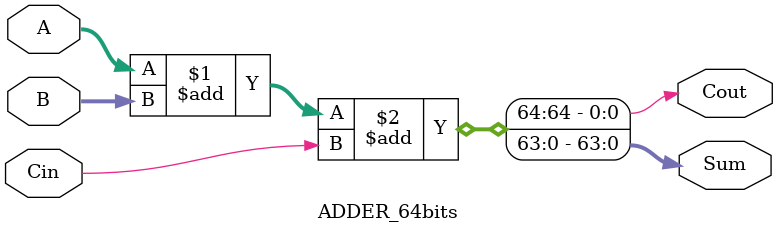
<source format=sv>
module mul32x32
(
    input  logic [31:0] a,		// operand a
    input  logic [31:0] b,		// operand b
    output logic [63:0] p		// product
);

    // divide into 4 8-bit
	logic [7:0] a0, a1, a2, a3;
	logic [7:0] b0, b1, b2, b3;

	assign a0 = a[7:0];
	assign a1 = a[15:8];
	assign a2 = a[23:16];
	assign a3 = a[31:24];

	assign b0 = b[7:0];
	assign b1 = b[15:8];
	assign b2 = b[23:16];
	assign b3 = b[31:24];


    // 16 partial products (16-bit)
    logic [15:0] p00, p01, p02, p03;
    logic [15:0] p10, p11, p12, p13;
    logic [15:0] p20, p21, p22, p23;
    logic [15:0] p30, p31, p32, p33;

    // Instance
    mul8x8	m00(.a(a0), .b(b0), .p(p00));
    mul8x8	m01(.a(a0), .b(b1), .p(p01));
    mul8x8	m02(.a(a0), .b(b2), .p(p02));
    mul8x8	m03(.a(a0), .b(b3), .p(p03));

    mul8x8	m10(.a(a1), .b(b0), .p(p10));
    mul8x8	m11(.a(a1), .b(b1), .p(p11));
    mul8x8	m12(.a(a1), .b(b2), .p(p12));
    mul8x8	m13(.a(a1), .b(b3), .p(p13));

    mul8x8	m20(.a(a2), .b(b0), .p(p20));
    mul8x8	m21(.a(a2), .b(b1), .p(p21));
    mul8x8	m22(.a(a2), .b(b2), .p(p22));
    mul8x8	m23(.a(a2), .b(b3), .p(p23));

    mul8x8	m30(.a(a3), .b(b0), .p(p30));
    mul8x8	m31(.a(a3), .b(b1), .p(p31));
    mul8x8	m32(.a(a3), .b(b2), .p(p32));
    mul8x8	m33(.a(a3), .b(b3), .p(p33));

// ====== Biểu diễn dịch thủ công bằng nối bit ======
    logic [63:0] t00, t01, t02, t03;
    logic [63:0] t10, t11, t12, t13;
    logic [63:0] t20, t21, t22, t23;
    logic [63:0] t30, t31, t32, t33;

    assign t00 = {48'd0, p00};
    assign t01 = {40'd0, p01, 8'd0};
    assign t02 = {32'd0, p02, 16'd0};
    assign t03 = {24'd0, p03, 24'd0};

    assign t10 = {40'd0, p10, 8'd0};
    assign t11 = {32'd0, p11, 16'd0};
    assign t12 = {24'd0, p12, 24'd0};
    assign t13 = {16'd0, p13, 32'd0};

    assign t20 = {32'd0, p20, 16'd0};
    assign t21 = {24'd0, p21, 24'd0};
    assign t22 = {16'd0, p22, 32'd0};
    assign t23 = {8'd0 , p23, 40'd0};

    assign t30 = {24'd0, p30, 24'd0};
    assign t31 = {16'd0, p31, 32'd0};
    assign t32 = {8'd0 , p32, 40'd0};
    assign t33 = {       p33, 48'd0};

    // ====== Cộng dần bằng bộ cộng 64-bit ======
    logic [63:0] s1,s2,s3,s4,s5,s6,s7,s8;
    logic [63:0] s9,s10,s11,s12,s13,s14,s15;
    logic cout_dummy;

    // ADD Stage 1
    ADDER_64bits add1 (.A(t00), .B(t01), .Cin(1'b0), .Sum(s1), .Cout(cout_dummy));
    ADDER_64bits add2 (.A(t02), .B(t03), .Cin(1'b0), .Sum(s2), .Cout(cout_dummy));
    ADDER_64bits add3 (.A(t10), .B(t11), .Cin(1'b0), .Sum(s3), .Cout(cout_dummy));
    ADDER_64bits add4 (.A(t12), .B(t13), .Cin(1'b0), .Sum(s4), .Cout(cout_dummy));
    ADDER_64bits add5 (.A(t20), .B(t21), .Cin(1'b0), .Sum(s5), .Cout(cout_dummy));
    ADDER_64bits add6 (.A(t22), .B(t23), .Cin(1'b0), .Sum(s6), .Cout(cout_dummy));
    ADDER_64bits add7 (.A(t30), .B(t31), .Cin(1'b0), .Sum(s7), .Cout(cout_dummy));
    ADDER_64bits add8 (.A(t32), .B(t33), .Cin(1'b0), .Sum(s8), .Cout(cout_dummy));

    // ADD Stage 2
    ADDER_64bits add9  (.A(s1), .B(s2), .Cin(1'b0), .Sum(s9),  .Cout(cout_dummy));
    ADDER_64bits add10 (.A(s3), .B(s4), .Cin(1'b0), .Sum(s10), .Cout(cout_dummy));
    ADDER_64bits add11 (.A(s5), .B(s6), .Cin(1'b0), .Sum(s11), .Cout(cout_dummy));
    ADDER_64bits add12 (.A(s7), .B(s8), .Cin(1'b0), .Sum(s12), .Cout(cout_dummy));

    // ADD Stage 3
    ADDER_64bits add13 (.A(s9),  .B(s10), .Cin(1'b0), .Sum(s13), .Cout(cout_dummy));
    ADDER_64bits add14 (.A(s11), .B(s12), .Cin(1'b0), .Sum(s14), .Cout(cout_dummy));

    // ADD Final Stage
    ADDER_64bits add15 (.A(s13), .B(s14), .Cin(1'b0), .Sum(p), .Cout(cout_dummy));

endmodule



// ===================================================
// 			Dummy Adder (change to your design)
// ===================================================

module ADDER_64bits 
(
    input logic [63:0] A,
    input logic [63:0] B,
    input logic        Cin,

    output logic [63:0] Sum,
    output logic        Cout
);
	assign {Cout, Sum} = A + B + Cin;


endmodule 

</source>
